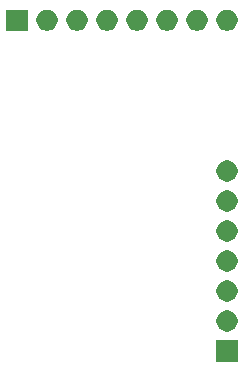
<source format=gbr>
G04 #@! TF.GenerationSoftware,KiCad,Pcbnew,(5.1.5)-3*
G04 #@! TF.CreationDate,2020-11-27T19:53:37+01:00*
G04 #@! TF.ProjectId,nRF52832-toyboard,6e524635-3238-4333-922d-746f79626f61,rev?*
G04 #@! TF.SameCoordinates,Original*
G04 #@! TF.FileFunction,Soldermask,Bot*
G04 #@! TF.FilePolarity,Negative*
%FSLAX46Y46*%
G04 Gerber Fmt 4.6, Leading zero omitted, Abs format (unit mm)*
G04 Created by KiCad (PCBNEW (5.1.5)-3) date 2020-11-27 19:53:37*
%MOMM*%
%LPD*%
G04 APERTURE LIST*
%ADD10C,0.100000*%
G04 APERTURE END LIST*
D10*
G36*
X154901000Y-114901000D02*
G01*
X153099000Y-114901000D01*
X153099000Y-113099000D01*
X154901000Y-113099000D01*
X154901000Y-114901000D01*
G37*
G36*
X154113512Y-110563927D02*
G01*
X154262812Y-110593624D01*
X154426784Y-110661544D01*
X154574354Y-110760147D01*
X154699853Y-110885646D01*
X154798456Y-111033216D01*
X154866376Y-111197188D01*
X154901000Y-111371259D01*
X154901000Y-111548741D01*
X154866376Y-111722812D01*
X154798456Y-111886784D01*
X154699853Y-112034354D01*
X154574354Y-112159853D01*
X154426784Y-112258456D01*
X154262812Y-112326376D01*
X154113512Y-112356073D01*
X154088742Y-112361000D01*
X153911258Y-112361000D01*
X153886488Y-112356073D01*
X153737188Y-112326376D01*
X153573216Y-112258456D01*
X153425646Y-112159853D01*
X153300147Y-112034354D01*
X153201544Y-111886784D01*
X153133624Y-111722812D01*
X153099000Y-111548741D01*
X153099000Y-111371259D01*
X153133624Y-111197188D01*
X153201544Y-111033216D01*
X153300147Y-110885646D01*
X153425646Y-110760147D01*
X153573216Y-110661544D01*
X153737188Y-110593624D01*
X153886488Y-110563927D01*
X153911258Y-110559000D01*
X154088742Y-110559000D01*
X154113512Y-110563927D01*
G37*
G36*
X154113512Y-108023927D02*
G01*
X154262812Y-108053624D01*
X154426784Y-108121544D01*
X154574354Y-108220147D01*
X154699853Y-108345646D01*
X154798456Y-108493216D01*
X154866376Y-108657188D01*
X154901000Y-108831259D01*
X154901000Y-109008741D01*
X154866376Y-109182812D01*
X154798456Y-109346784D01*
X154699853Y-109494354D01*
X154574354Y-109619853D01*
X154426784Y-109718456D01*
X154262812Y-109786376D01*
X154113512Y-109816073D01*
X154088742Y-109821000D01*
X153911258Y-109821000D01*
X153886488Y-109816073D01*
X153737188Y-109786376D01*
X153573216Y-109718456D01*
X153425646Y-109619853D01*
X153300147Y-109494354D01*
X153201544Y-109346784D01*
X153133624Y-109182812D01*
X153099000Y-109008741D01*
X153099000Y-108831259D01*
X153133624Y-108657188D01*
X153201544Y-108493216D01*
X153300147Y-108345646D01*
X153425646Y-108220147D01*
X153573216Y-108121544D01*
X153737188Y-108053624D01*
X153886488Y-108023927D01*
X153911258Y-108019000D01*
X154088742Y-108019000D01*
X154113512Y-108023927D01*
G37*
G36*
X154113512Y-105483927D02*
G01*
X154262812Y-105513624D01*
X154426784Y-105581544D01*
X154574354Y-105680147D01*
X154699853Y-105805646D01*
X154798456Y-105953216D01*
X154866376Y-106117188D01*
X154901000Y-106291259D01*
X154901000Y-106468741D01*
X154866376Y-106642812D01*
X154798456Y-106806784D01*
X154699853Y-106954354D01*
X154574354Y-107079853D01*
X154426784Y-107178456D01*
X154262812Y-107246376D01*
X154113512Y-107276073D01*
X154088742Y-107281000D01*
X153911258Y-107281000D01*
X153886488Y-107276073D01*
X153737188Y-107246376D01*
X153573216Y-107178456D01*
X153425646Y-107079853D01*
X153300147Y-106954354D01*
X153201544Y-106806784D01*
X153133624Y-106642812D01*
X153099000Y-106468741D01*
X153099000Y-106291259D01*
X153133624Y-106117188D01*
X153201544Y-105953216D01*
X153300147Y-105805646D01*
X153425646Y-105680147D01*
X153573216Y-105581544D01*
X153737188Y-105513624D01*
X153886488Y-105483927D01*
X153911258Y-105479000D01*
X154088742Y-105479000D01*
X154113512Y-105483927D01*
G37*
G36*
X154113512Y-102943927D02*
G01*
X154262812Y-102973624D01*
X154426784Y-103041544D01*
X154574354Y-103140147D01*
X154699853Y-103265646D01*
X154798456Y-103413216D01*
X154866376Y-103577188D01*
X154901000Y-103751259D01*
X154901000Y-103928741D01*
X154866376Y-104102812D01*
X154798456Y-104266784D01*
X154699853Y-104414354D01*
X154574354Y-104539853D01*
X154426784Y-104638456D01*
X154262812Y-104706376D01*
X154113512Y-104736073D01*
X154088742Y-104741000D01*
X153911258Y-104741000D01*
X153886488Y-104736073D01*
X153737188Y-104706376D01*
X153573216Y-104638456D01*
X153425646Y-104539853D01*
X153300147Y-104414354D01*
X153201544Y-104266784D01*
X153133624Y-104102812D01*
X153099000Y-103928741D01*
X153099000Y-103751259D01*
X153133624Y-103577188D01*
X153201544Y-103413216D01*
X153300147Y-103265646D01*
X153425646Y-103140147D01*
X153573216Y-103041544D01*
X153737188Y-102973624D01*
X153886488Y-102943927D01*
X153911258Y-102939000D01*
X154088742Y-102939000D01*
X154113512Y-102943927D01*
G37*
G36*
X154113512Y-100403927D02*
G01*
X154262812Y-100433624D01*
X154426784Y-100501544D01*
X154574354Y-100600147D01*
X154699853Y-100725646D01*
X154798456Y-100873216D01*
X154866376Y-101037188D01*
X154901000Y-101211259D01*
X154901000Y-101388741D01*
X154866376Y-101562812D01*
X154798456Y-101726784D01*
X154699853Y-101874354D01*
X154574354Y-101999853D01*
X154426784Y-102098456D01*
X154262812Y-102166376D01*
X154113512Y-102196073D01*
X154088742Y-102201000D01*
X153911258Y-102201000D01*
X153886488Y-102196073D01*
X153737188Y-102166376D01*
X153573216Y-102098456D01*
X153425646Y-101999853D01*
X153300147Y-101874354D01*
X153201544Y-101726784D01*
X153133624Y-101562812D01*
X153099000Y-101388741D01*
X153099000Y-101211259D01*
X153133624Y-101037188D01*
X153201544Y-100873216D01*
X153300147Y-100725646D01*
X153425646Y-100600147D01*
X153573216Y-100501544D01*
X153737188Y-100433624D01*
X153886488Y-100403927D01*
X153911258Y-100399000D01*
X154088742Y-100399000D01*
X154113512Y-100403927D01*
G37*
G36*
X154113512Y-97863927D02*
G01*
X154262812Y-97893624D01*
X154426784Y-97961544D01*
X154574354Y-98060147D01*
X154699853Y-98185646D01*
X154798456Y-98333216D01*
X154866376Y-98497188D01*
X154901000Y-98671259D01*
X154901000Y-98848741D01*
X154866376Y-99022812D01*
X154798456Y-99186784D01*
X154699853Y-99334354D01*
X154574354Y-99459853D01*
X154426784Y-99558456D01*
X154262812Y-99626376D01*
X154113512Y-99656073D01*
X154088742Y-99661000D01*
X153911258Y-99661000D01*
X153886488Y-99656073D01*
X153737188Y-99626376D01*
X153573216Y-99558456D01*
X153425646Y-99459853D01*
X153300147Y-99334354D01*
X153201544Y-99186784D01*
X153133624Y-99022812D01*
X153099000Y-98848741D01*
X153099000Y-98671259D01*
X153133624Y-98497188D01*
X153201544Y-98333216D01*
X153300147Y-98185646D01*
X153425646Y-98060147D01*
X153573216Y-97961544D01*
X153737188Y-97893624D01*
X153886488Y-97863927D01*
X153911258Y-97859000D01*
X154088742Y-97859000D01*
X154113512Y-97863927D01*
G37*
G36*
X137121000Y-86901000D02*
G01*
X135319000Y-86901000D01*
X135319000Y-85099000D01*
X137121000Y-85099000D01*
X137121000Y-86901000D01*
G37*
G36*
X138873512Y-85103927D02*
G01*
X139022812Y-85133624D01*
X139186784Y-85201544D01*
X139334354Y-85300147D01*
X139459853Y-85425646D01*
X139558456Y-85573216D01*
X139626376Y-85737188D01*
X139661000Y-85911259D01*
X139661000Y-86088741D01*
X139626376Y-86262812D01*
X139558456Y-86426784D01*
X139459853Y-86574354D01*
X139334354Y-86699853D01*
X139186784Y-86798456D01*
X139022812Y-86866376D01*
X138873512Y-86896073D01*
X138848742Y-86901000D01*
X138671258Y-86901000D01*
X138646488Y-86896073D01*
X138497188Y-86866376D01*
X138333216Y-86798456D01*
X138185646Y-86699853D01*
X138060147Y-86574354D01*
X137961544Y-86426784D01*
X137893624Y-86262812D01*
X137859000Y-86088741D01*
X137859000Y-85911259D01*
X137893624Y-85737188D01*
X137961544Y-85573216D01*
X138060147Y-85425646D01*
X138185646Y-85300147D01*
X138333216Y-85201544D01*
X138497188Y-85133624D01*
X138646488Y-85103927D01*
X138671258Y-85099000D01*
X138848742Y-85099000D01*
X138873512Y-85103927D01*
G37*
G36*
X141413512Y-85103927D02*
G01*
X141562812Y-85133624D01*
X141726784Y-85201544D01*
X141874354Y-85300147D01*
X141999853Y-85425646D01*
X142098456Y-85573216D01*
X142166376Y-85737188D01*
X142201000Y-85911259D01*
X142201000Y-86088741D01*
X142166376Y-86262812D01*
X142098456Y-86426784D01*
X141999853Y-86574354D01*
X141874354Y-86699853D01*
X141726784Y-86798456D01*
X141562812Y-86866376D01*
X141413512Y-86896073D01*
X141388742Y-86901000D01*
X141211258Y-86901000D01*
X141186488Y-86896073D01*
X141037188Y-86866376D01*
X140873216Y-86798456D01*
X140725646Y-86699853D01*
X140600147Y-86574354D01*
X140501544Y-86426784D01*
X140433624Y-86262812D01*
X140399000Y-86088741D01*
X140399000Y-85911259D01*
X140433624Y-85737188D01*
X140501544Y-85573216D01*
X140600147Y-85425646D01*
X140725646Y-85300147D01*
X140873216Y-85201544D01*
X141037188Y-85133624D01*
X141186488Y-85103927D01*
X141211258Y-85099000D01*
X141388742Y-85099000D01*
X141413512Y-85103927D01*
G37*
G36*
X143953512Y-85103927D02*
G01*
X144102812Y-85133624D01*
X144266784Y-85201544D01*
X144414354Y-85300147D01*
X144539853Y-85425646D01*
X144638456Y-85573216D01*
X144706376Y-85737188D01*
X144741000Y-85911259D01*
X144741000Y-86088741D01*
X144706376Y-86262812D01*
X144638456Y-86426784D01*
X144539853Y-86574354D01*
X144414354Y-86699853D01*
X144266784Y-86798456D01*
X144102812Y-86866376D01*
X143953512Y-86896073D01*
X143928742Y-86901000D01*
X143751258Y-86901000D01*
X143726488Y-86896073D01*
X143577188Y-86866376D01*
X143413216Y-86798456D01*
X143265646Y-86699853D01*
X143140147Y-86574354D01*
X143041544Y-86426784D01*
X142973624Y-86262812D01*
X142939000Y-86088741D01*
X142939000Y-85911259D01*
X142973624Y-85737188D01*
X143041544Y-85573216D01*
X143140147Y-85425646D01*
X143265646Y-85300147D01*
X143413216Y-85201544D01*
X143577188Y-85133624D01*
X143726488Y-85103927D01*
X143751258Y-85099000D01*
X143928742Y-85099000D01*
X143953512Y-85103927D01*
G37*
G36*
X146493512Y-85103927D02*
G01*
X146642812Y-85133624D01*
X146806784Y-85201544D01*
X146954354Y-85300147D01*
X147079853Y-85425646D01*
X147178456Y-85573216D01*
X147246376Y-85737188D01*
X147281000Y-85911259D01*
X147281000Y-86088741D01*
X147246376Y-86262812D01*
X147178456Y-86426784D01*
X147079853Y-86574354D01*
X146954354Y-86699853D01*
X146806784Y-86798456D01*
X146642812Y-86866376D01*
X146493512Y-86896073D01*
X146468742Y-86901000D01*
X146291258Y-86901000D01*
X146266488Y-86896073D01*
X146117188Y-86866376D01*
X145953216Y-86798456D01*
X145805646Y-86699853D01*
X145680147Y-86574354D01*
X145581544Y-86426784D01*
X145513624Y-86262812D01*
X145479000Y-86088741D01*
X145479000Y-85911259D01*
X145513624Y-85737188D01*
X145581544Y-85573216D01*
X145680147Y-85425646D01*
X145805646Y-85300147D01*
X145953216Y-85201544D01*
X146117188Y-85133624D01*
X146266488Y-85103927D01*
X146291258Y-85099000D01*
X146468742Y-85099000D01*
X146493512Y-85103927D01*
G37*
G36*
X149033512Y-85103927D02*
G01*
X149182812Y-85133624D01*
X149346784Y-85201544D01*
X149494354Y-85300147D01*
X149619853Y-85425646D01*
X149718456Y-85573216D01*
X149786376Y-85737188D01*
X149821000Y-85911259D01*
X149821000Y-86088741D01*
X149786376Y-86262812D01*
X149718456Y-86426784D01*
X149619853Y-86574354D01*
X149494354Y-86699853D01*
X149346784Y-86798456D01*
X149182812Y-86866376D01*
X149033512Y-86896073D01*
X149008742Y-86901000D01*
X148831258Y-86901000D01*
X148806488Y-86896073D01*
X148657188Y-86866376D01*
X148493216Y-86798456D01*
X148345646Y-86699853D01*
X148220147Y-86574354D01*
X148121544Y-86426784D01*
X148053624Y-86262812D01*
X148019000Y-86088741D01*
X148019000Y-85911259D01*
X148053624Y-85737188D01*
X148121544Y-85573216D01*
X148220147Y-85425646D01*
X148345646Y-85300147D01*
X148493216Y-85201544D01*
X148657188Y-85133624D01*
X148806488Y-85103927D01*
X148831258Y-85099000D01*
X149008742Y-85099000D01*
X149033512Y-85103927D01*
G37*
G36*
X151573512Y-85103927D02*
G01*
X151722812Y-85133624D01*
X151886784Y-85201544D01*
X152034354Y-85300147D01*
X152159853Y-85425646D01*
X152258456Y-85573216D01*
X152326376Y-85737188D01*
X152361000Y-85911259D01*
X152361000Y-86088741D01*
X152326376Y-86262812D01*
X152258456Y-86426784D01*
X152159853Y-86574354D01*
X152034354Y-86699853D01*
X151886784Y-86798456D01*
X151722812Y-86866376D01*
X151573512Y-86896073D01*
X151548742Y-86901000D01*
X151371258Y-86901000D01*
X151346488Y-86896073D01*
X151197188Y-86866376D01*
X151033216Y-86798456D01*
X150885646Y-86699853D01*
X150760147Y-86574354D01*
X150661544Y-86426784D01*
X150593624Y-86262812D01*
X150559000Y-86088741D01*
X150559000Y-85911259D01*
X150593624Y-85737188D01*
X150661544Y-85573216D01*
X150760147Y-85425646D01*
X150885646Y-85300147D01*
X151033216Y-85201544D01*
X151197188Y-85133624D01*
X151346488Y-85103927D01*
X151371258Y-85099000D01*
X151548742Y-85099000D01*
X151573512Y-85103927D01*
G37*
G36*
X154113512Y-85103927D02*
G01*
X154262812Y-85133624D01*
X154426784Y-85201544D01*
X154574354Y-85300147D01*
X154699853Y-85425646D01*
X154798456Y-85573216D01*
X154866376Y-85737188D01*
X154901000Y-85911259D01*
X154901000Y-86088741D01*
X154866376Y-86262812D01*
X154798456Y-86426784D01*
X154699853Y-86574354D01*
X154574354Y-86699853D01*
X154426784Y-86798456D01*
X154262812Y-86866376D01*
X154113512Y-86896073D01*
X154088742Y-86901000D01*
X153911258Y-86901000D01*
X153886488Y-86896073D01*
X153737188Y-86866376D01*
X153573216Y-86798456D01*
X153425646Y-86699853D01*
X153300147Y-86574354D01*
X153201544Y-86426784D01*
X153133624Y-86262812D01*
X153099000Y-86088741D01*
X153099000Y-85911259D01*
X153133624Y-85737188D01*
X153201544Y-85573216D01*
X153300147Y-85425646D01*
X153425646Y-85300147D01*
X153573216Y-85201544D01*
X153737188Y-85133624D01*
X153886488Y-85103927D01*
X153911258Y-85099000D01*
X154088742Y-85099000D01*
X154113512Y-85103927D01*
G37*
M02*

</source>
